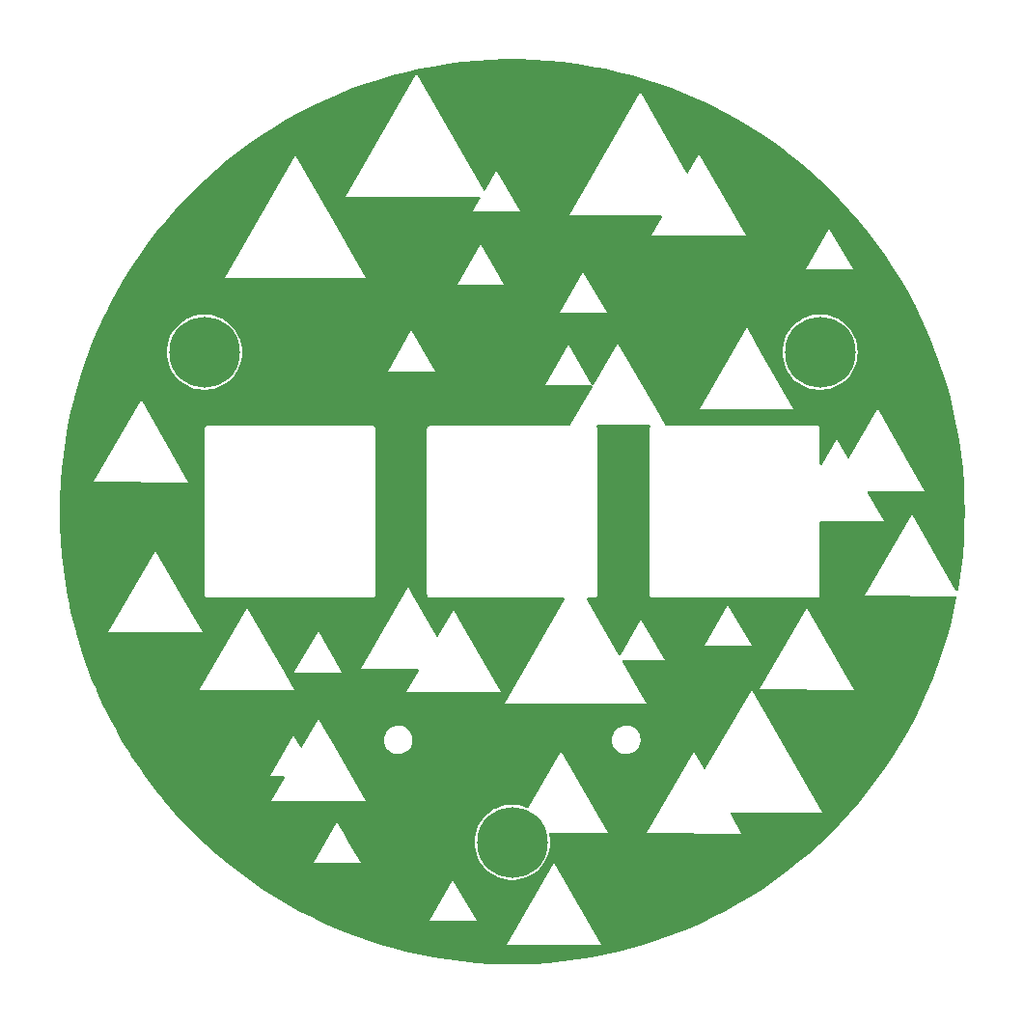
<source format=gbr>
%TF.GenerationSoftware,KiCad,Pcbnew,(7.0.0-0)*%
%TF.CreationDate,2023-03-08T23:01:28-06:00*%
%TF.ProjectId,RP2040_minimal,52503230-3430-45f6-9d69-6e696d616c2e,REV1*%
%TF.SameCoordinates,Original*%
%TF.FileFunction,Copper,L2,Bot*%
%TF.FilePolarity,Positive*%
%FSLAX46Y46*%
G04 Gerber Fmt 4.6, Leading zero omitted, Abs format (unit mm)*
G04 Created by KiCad (PCBNEW (7.0.0-0)) date 2023-03-08 23:01:28*
%MOMM*%
%LPD*%
G01*
G04 APERTURE LIST*
%TA.AperFunction,SMDPad,CuDef*%
%ADD10C,6.200000*%
%TD*%
G04 APERTURE END LIST*
D10*
%TO.P,H3,1*%
%TO.N,N/C*%
X0Y-29000000D03*
%TD*%
%TO.P,H2,1*%
%TO.N,N/C*%
X27000000Y14000000D03*
%TD*%
%TO.P,H1,1*%
%TO.N,N/C*%
X-27000000Y14000000D03*
%TD*%
%TA.AperFunction,Conductor*%
%TO.N,GND*%
G36*
X631446Y39694453D02*
G01*
X1887433Y39654584D01*
X1890490Y39654438D01*
X3144637Y39574735D01*
X3147726Y39574489D01*
X4398656Y39455040D01*
X4401768Y39454693D01*
X5605349Y39301093D01*
X5648300Y39295611D01*
X5651409Y39295163D01*
X6892177Y39096626D01*
X6895271Y39096081D01*
X7429066Y38993201D01*
X8129172Y38858267D01*
X8132236Y38857627D01*
X9358004Y38580774D01*
X9361028Y38580040D01*
X10577351Y38264448D01*
X10580378Y38263611D01*
X11786095Y37909581D01*
X11789078Y37908654D01*
X12982925Y37516556D01*
X12985892Y37515530D01*
X14166765Y37085728D01*
X14169665Y37084619D01*
X15336237Y36617593D01*
X15339129Y36616382D01*
X16490354Y36112554D01*
X16493150Y36111277D01*
X16910876Y35912439D01*
X17627812Y35571176D01*
X17630626Y35569781D01*
X18747539Y34993973D01*
X18750308Y34992489D01*
X19848377Y34381540D01*
X19851095Y34379971D01*
X20929254Y33734474D01*
X20931907Y33732827D01*
X21989018Y33053463D01*
X21991634Y33051723D01*
X23026669Y32339153D01*
X23029228Y32337331D01*
X24041144Y31592273D01*
X24043644Y31590370D01*
X24300090Y31388699D01*
X25031416Y30813579D01*
X25033817Y30811628D01*
X25722706Y30233581D01*
X25996439Y30003891D01*
X25998813Y30001834D01*
X26935299Y29163984D01*
X26937607Y29161853D01*
X27847068Y28294683D01*
X27849307Y28292479D01*
X28730780Y27396908D01*
X28732948Y27394634D01*
X29225847Y26860995D01*
X29416589Y26654487D01*
X29585567Y26471543D01*
X29587648Y26469217D01*
X30410550Y25519537D01*
X30412569Y25517131D01*
X31204930Y24541815D01*
X31206872Y24539345D01*
X31967861Y23539417D01*
X31969724Y23536888D01*
X32698647Y22513258D01*
X32700428Y22510670D01*
X33396468Y21464488D01*
X33398167Y21461845D01*
X34060677Y20394083D01*
X34062291Y20391388D01*
X34690601Y19303121D01*
X34692128Y19300376D01*
X35229027Y18298301D01*
X35285586Y18192740D01*
X35287025Y18189948D01*
X35845026Y17064066D01*
X35846377Y17061229D01*
X36368401Y15918157D01*
X36369660Y15915279D01*
X36855129Y14756280D01*
X36856296Y14753366D01*
X37144115Y14000000D01*
X37304771Y13579485D01*
X37305845Y13576533D01*
X37716837Y12389047D01*
X37717817Y12386062D01*
X38090924Y11186143D01*
X38091809Y11183129D01*
X38426660Y9971964D01*
X38427449Y9968923D01*
X38723704Y8747744D01*
X38724396Y8744680D01*
X38981753Y7514731D01*
X38982348Y7511646D01*
X39200559Y6274113D01*
X39201055Y6271011D01*
X39379884Y5027223D01*
X39380282Y5024107D01*
X39519562Y3775251D01*
X39519861Y3772124D01*
X39619448Y2519457D01*
X39619647Y2516322D01*
X39679437Y1261163D01*
X39679537Y1258023D01*
X39699475Y1572D01*
X39699475Y-1570D01*
X39679537Y-1258022D01*
X39679437Y-1261162D01*
X39619647Y-2516321D01*
X39619448Y-2519456D01*
X39519861Y-3772123D01*
X39519562Y-3775250D01*
X39380282Y-5024106D01*
X39379884Y-5027222D01*
X39201055Y-6271010D01*
X39200559Y-6274112D01*
X39095919Y-6867548D01*
X39068388Y-6920399D01*
X39015508Y-6947872D01*
X38956438Y-6940013D01*
X38912580Y-6899672D01*
X35069476Y-209746D01*
X35062936Y-221016D01*
X35062934Y-221019D01*
X30914335Y-7370736D01*
X30914334Y-7370738D01*
X30907794Y-7382010D01*
X38884260Y-7399314D01*
X38939436Y-7416261D01*
X38975783Y-7461100D01*
X38980945Y-7518590D01*
X38724396Y-8744679D01*
X38723704Y-8747743D01*
X38427449Y-9968922D01*
X38426660Y-9971963D01*
X38091809Y-11183128D01*
X38090924Y-11186142D01*
X37717817Y-12386061D01*
X37716837Y-12389046D01*
X37305845Y-13576532D01*
X37304771Y-13579484D01*
X36856297Y-14753363D01*
X36855129Y-14756279D01*
X36369660Y-15915278D01*
X36368401Y-15918156D01*
X35846377Y-17061228D01*
X35845026Y-17064065D01*
X35287025Y-18189947D01*
X35285586Y-18192739D01*
X34692128Y-19300375D01*
X34690601Y-19303120D01*
X34062291Y-20391387D01*
X34060677Y-20394082D01*
X33398167Y-21461844D01*
X33396468Y-21464487D01*
X32700428Y-22510669D01*
X32698647Y-22513257D01*
X31969724Y-23536887D01*
X31967861Y-23539416D01*
X31206872Y-24539344D01*
X31204930Y-24541814D01*
X30412569Y-25517130D01*
X30410550Y-25519536D01*
X29587661Y-26469201D01*
X29585567Y-26471542D01*
X28732948Y-27394633D01*
X28730780Y-27396907D01*
X27849307Y-28292478D01*
X27847068Y-28294682D01*
X26937607Y-29161852D01*
X26935299Y-29163983D01*
X25998813Y-30001833D01*
X25996439Y-30003890D01*
X25033835Y-30811612D01*
X25031397Y-30813593D01*
X24043644Y-31590369D01*
X24041144Y-31592272D01*
X23029228Y-32337330D01*
X23026669Y-32339152D01*
X21991634Y-33051722D01*
X21989018Y-33053462D01*
X20931907Y-33732826D01*
X20929238Y-33734482D01*
X19851098Y-34379968D01*
X19848377Y-34381539D01*
X18750308Y-34992488D01*
X18747539Y-34993972D01*
X17630626Y-35569780D01*
X17627812Y-35571175D01*
X16493181Y-36111262D01*
X16490323Y-36112567D01*
X15339134Y-36616379D01*
X15336237Y-36617592D01*
X14169682Y-37084611D01*
X14166747Y-37085733D01*
X12985894Y-37515528D01*
X12982925Y-37516555D01*
X11789095Y-37908647D01*
X11786095Y-37909580D01*
X10580378Y-38263610D01*
X10577351Y-38264447D01*
X9361043Y-38580035D01*
X9357990Y-38580776D01*
X8132241Y-38857624D01*
X8129166Y-38858267D01*
X6895271Y-39096080D01*
X6892177Y-39096625D01*
X5651409Y-39295162D01*
X5648300Y-39295610D01*
X4401773Y-39454691D01*
X4398651Y-39455039D01*
X3147748Y-39574486D01*
X3144616Y-39574735D01*
X1890530Y-39654435D01*
X1887392Y-39654584D01*
X631446Y-39694453D01*
X628305Y-39694503D01*
X-628305Y-39694503D01*
X-631446Y-39694453D01*
X-1887393Y-39654584D01*
X-1890531Y-39654435D01*
X-3144617Y-39574735D01*
X-3147749Y-39574486D01*
X-4398652Y-39455039D01*
X-4401774Y-39454691D01*
X-5648301Y-39295610D01*
X-5651410Y-39295162D01*
X-6892178Y-39096625D01*
X-6895272Y-39096080D01*
X-8129167Y-38858267D01*
X-8132242Y-38857624D01*
X-9357991Y-38580776D01*
X-9361044Y-38580035D01*
X-10577352Y-38264447D01*
X-10580379Y-38263610D01*
X-11539422Y-37982010D01*
X-492206Y-37982010D01*
X7800000Y-38000000D01*
X3669476Y-30809746D01*
X3662936Y-30821016D01*
X3662934Y-30821019D01*
X-485665Y-37970736D01*
X-485666Y-37970738D01*
X-492206Y-37982010D01*
X-11539422Y-37982010D01*
X-11786096Y-37909580D01*
X-11789096Y-37908647D01*
X-12982926Y-37516555D01*
X-12985895Y-37515528D01*
X-14166748Y-37085733D01*
X-14169683Y-37084611D01*
X-15336238Y-36617592D01*
X-15339135Y-36616379D01*
X-16490324Y-36112567D01*
X-16493182Y-36111262D01*
X-16958016Y-35890000D01*
X-7290000Y-35890000D01*
X-3143897Y-35898995D01*
X-5209159Y-32303867D01*
X-5215699Y-32315137D01*
X-5215701Y-32315140D01*
X-7283459Y-35878726D01*
X-7283460Y-35878728D01*
X-7290000Y-35890000D01*
X-16958016Y-35890000D01*
X-17627813Y-35571175D01*
X-17630627Y-35569780D01*
X-18747540Y-34993972D01*
X-18750309Y-34992488D01*
X-19848378Y-34381539D01*
X-19851099Y-34379968D01*
X-20929239Y-33734482D01*
X-20931908Y-33732826D01*
X-21989019Y-33053462D01*
X-21991635Y-33051722D01*
X-23026670Y-32339152D01*
X-23029229Y-32337330D01*
X-24041145Y-31592272D01*
X-24043645Y-31590369D01*
X-25021955Y-30821019D01*
X-25031410Y-30813583D01*
X-25033836Y-30811612D01*
X-25035724Y-30810028D01*
X-25035757Y-30810000D01*
X-17450000Y-30810000D01*
X-13303897Y-30818995D01*
X-14348839Y-29000000D01*
X-3305348Y-29000000D01*
X-3305203Y-29002674D01*
X-3286118Y-29354688D01*
X-3286117Y-29354697D01*
X-3285972Y-29357371D01*
X-3285540Y-29360009D01*
X-3285538Y-29360023D01*
X-3228505Y-29707910D01*
X-3228502Y-29707925D01*
X-3228071Y-29710552D01*
X-3227356Y-29713128D01*
X-3227354Y-29713136D01*
X-3133042Y-30052818D01*
X-3132324Y-30055403D01*
X-2999853Y-30387880D01*
X-2998606Y-30390233D01*
X-2998605Y-30390234D01*
X-2833466Y-30701719D01*
X-2833461Y-30701727D01*
X-2832211Y-30704085D01*
X-2830706Y-30706304D01*
X-2830704Y-30706308D01*
X-2754320Y-30818966D01*
X-2631365Y-31000311D01*
X-2629625Y-31002359D01*
X-2401409Y-31271037D01*
X-2401404Y-31271042D01*
X-2399668Y-31273086D01*
X-2139837Y-31519211D01*
X-1854919Y-31735800D01*
X-1548253Y-31920315D01*
X-1351415Y-32011381D01*
X-1225878Y-32069461D01*
X-1225875Y-32069462D01*
X-1223435Y-32070591D01*
X-884274Y-32184868D01*
X-534746Y-32261805D01*
X-178948Y-32300500D01*
X176268Y-32300500D01*
X178948Y-32300500D01*
X534746Y-32261805D01*
X884274Y-32184868D01*
X1223435Y-32070591D01*
X1548253Y-31920315D01*
X1854919Y-31735800D01*
X2139837Y-31519211D01*
X2399668Y-31273086D01*
X2631365Y-31000311D01*
X2832211Y-30704085D01*
X2999853Y-30387880D01*
X3132324Y-30055403D01*
X3228071Y-29710552D01*
X3285972Y-29357371D01*
X3305348Y-29000000D01*
X3285972Y-28642629D01*
X3230458Y-28304010D01*
X3237597Y-28247991D01*
X3274205Y-28204987D01*
X3328368Y-28188996D01*
X8400000Y-28200000D01*
X11800000Y-28200000D01*
X20092206Y-28217990D01*
X19114678Y-26516348D01*
X19101523Y-26466821D01*
X19114894Y-26417350D01*
X19151209Y-26381192D01*
X19200737Y-26368036D01*
X27195786Y-26385382D01*
X21000000Y-15600000D01*
X20993460Y-15611270D01*
X20993458Y-15611273D01*
X16987454Y-22515240D01*
X16951139Y-22551398D01*
X16901610Y-22564554D01*
X16852139Y-22551183D01*
X16815982Y-22514869D01*
X15961682Y-21027736D01*
X15955142Y-21039006D01*
X15955140Y-21039009D01*
X11806541Y-28188726D01*
X11806540Y-28188728D01*
X11800000Y-28200000D01*
X8400000Y-28200000D01*
X4269476Y-21009746D01*
X4262936Y-21021016D01*
X4262934Y-21021019D01*
X1419638Y-25921169D01*
X1385945Y-25955766D01*
X1339893Y-25970308D01*
X1292441Y-25961334D01*
X1225869Y-25930535D01*
X1225867Y-25930534D01*
X1223435Y-25929409D01*
X1220901Y-25928555D01*
X1220888Y-25928550D01*
X886804Y-25815984D01*
X886796Y-25815981D01*
X884274Y-25815132D01*
X881661Y-25814556D01*
X881658Y-25814556D01*
X537376Y-25738774D01*
X537377Y-25738774D01*
X534746Y-25738195D01*
X532084Y-25737905D01*
X532075Y-25737904D01*
X181609Y-25699789D01*
X181601Y-25699788D01*
X178948Y-25699500D01*
X-178948Y-25699500D01*
X-181601Y-25699788D01*
X-181610Y-25699789D01*
X-532076Y-25737904D01*
X-532088Y-25737905D01*
X-534746Y-25738195D01*
X-537375Y-25738773D01*
X-537377Y-25738774D01*
X-881659Y-25814556D01*
X-881666Y-25814557D01*
X-884274Y-25815132D01*
X-886792Y-25815980D01*
X-886805Y-25815984D01*
X-1220889Y-25928550D01*
X-1220908Y-25928557D01*
X-1223435Y-25929409D01*
X-1225859Y-25930530D01*
X-1225878Y-25930538D01*
X-1545827Y-26078562D01*
X-1545837Y-26078566D01*
X-1548253Y-26079685D01*
X-1550532Y-26081055D01*
X-1550543Y-26081062D01*
X-1852625Y-26262819D01*
X-1852635Y-26262825D01*
X-1854919Y-26264200D01*
X-1857046Y-26265816D01*
X-1857055Y-26265823D01*
X-2127673Y-26471542D01*
X-2139837Y-26480789D01*
X-2141774Y-26482623D01*
X-2141786Y-26482634D01*
X-2397719Y-26725067D01*
X-2397727Y-26725074D01*
X-2399668Y-26726914D01*
X-2401396Y-26728947D01*
X-2401409Y-26728962D01*
X-2629625Y-26997640D01*
X-2631365Y-26999689D01*
X-2632869Y-27001906D01*
X-2632875Y-27001915D01*
X-2830704Y-27293691D01*
X-2830712Y-27293702D01*
X-2832211Y-27295915D01*
X-2833457Y-27298263D01*
X-2833466Y-27298280D01*
X-2998605Y-27609765D01*
X-2998609Y-27609773D01*
X-2999853Y-27612120D01*
X-3000840Y-27614595D01*
X-3000840Y-27614597D01*
X-3131335Y-27942113D01*
X-3131339Y-27942124D01*
X-3132324Y-27944597D01*
X-3133039Y-27947171D01*
X-3133042Y-27947181D01*
X-3227354Y-28286863D01*
X-3227357Y-28286875D01*
X-3228071Y-28289448D01*
X-3228501Y-28292070D01*
X-3228505Y-28292089D01*
X-3285538Y-28639976D01*
X-3285538Y-28639979D01*
X-3285972Y-28642629D01*
X-3286117Y-28645300D01*
X-3286118Y-28645311D01*
X-3304556Y-28985374D01*
X-3305348Y-29000000D01*
X-14348839Y-29000000D01*
X-14804566Y-28206689D01*
X-15362667Y-27235168D01*
X-15362668Y-27235167D01*
X-15369159Y-27223867D01*
X-15375699Y-27235137D01*
X-15375701Y-27235140D01*
X-17443459Y-30798726D01*
X-17443460Y-30798728D01*
X-17450000Y-30810000D01*
X-25035757Y-30810000D01*
X-25543443Y-30384000D01*
X-25996440Y-30003890D01*
X-25998814Y-30001833D01*
X-26935300Y-29163983D01*
X-26937608Y-29161852D01*
X-27847069Y-28294682D01*
X-27849308Y-28292478D01*
X-28730781Y-27396907D01*
X-28732949Y-27394633D01*
X-29351398Y-26725067D01*
X-29585584Y-26471524D01*
X-29587646Y-26469219D01*
X-30410560Y-25519525D01*
X-30412570Y-25517130D01*
X-30530239Y-25372292D01*
X-30917769Y-24895281D01*
X-31204931Y-24541814D01*
X-31206873Y-24539344D01*
X-31967862Y-23539416D01*
X-31969725Y-23536887D01*
X-32216742Y-23190000D01*
X-21260000Y-23190000D01*
X-20068620Y-23192584D01*
X-20019149Y-23205955D01*
X-19982991Y-23242270D01*
X-19969835Y-23291799D01*
X-19983206Y-23341270D01*
X-21155141Y-25360990D01*
X-21155142Y-25360992D01*
X-21161682Y-25372264D01*
X-12869476Y-25390254D01*
X-15933610Y-20056330D01*
X-11254290Y-20056330D01*
X-11253695Y-20060728D01*
X-11253694Y-20060732D01*
X-11224672Y-20274986D01*
X-11224670Y-20274995D01*
X-11224075Y-20279387D01*
X-11222705Y-20283605D01*
X-11222704Y-20283607D01*
X-11155890Y-20489241D01*
X-11155887Y-20489249D01*
X-11154517Y-20493464D01*
X-11152413Y-20497374D01*
X-11152412Y-20497376D01*
X-11049961Y-20687763D01*
X-11049958Y-20687768D01*
X-11047852Y-20691681D01*
X-10907508Y-20867666D01*
X-10737996Y-21015765D01*
X-10544764Y-21131215D01*
X-10334024Y-21210307D01*
X-10112547Y-21250500D01*
X-9946068Y-21250500D01*
X-9943845Y-21250500D01*
X-9775812Y-21235377D01*
X-9558830Y-21175493D01*
X-9356027Y-21077829D01*
X-9173922Y-20945522D01*
X-9018368Y-20782825D01*
X-8894365Y-20594968D01*
X-8805897Y-20387988D01*
X-8755809Y-20168537D01*
X-8750770Y-20056330D01*
X8745710Y-20056330D01*
X8746305Y-20060728D01*
X8746306Y-20060732D01*
X8775328Y-20274986D01*
X8775330Y-20274995D01*
X8775925Y-20279387D01*
X8777295Y-20283605D01*
X8777296Y-20283607D01*
X8844110Y-20489241D01*
X8844113Y-20489249D01*
X8845483Y-20493464D01*
X8847587Y-20497374D01*
X8847588Y-20497376D01*
X8950039Y-20687763D01*
X8950042Y-20687768D01*
X8952148Y-20691681D01*
X9092492Y-20867666D01*
X9262004Y-21015765D01*
X9455236Y-21131215D01*
X9665976Y-21210307D01*
X9887453Y-21250500D01*
X10053932Y-21250500D01*
X10056155Y-21250500D01*
X10224188Y-21235377D01*
X10441170Y-21175493D01*
X10643973Y-21077829D01*
X10826078Y-20945522D01*
X10981632Y-20782825D01*
X11105635Y-20594968D01*
X11194103Y-20387988D01*
X11244191Y-20168537D01*
X11254290Y-19943670D01*
X11224075Y-19720613D01*
X11154517Y-19506536D01*
X11047852Y-19308319D01*
X10907508Y-19132334D01*
X10904159Y-19129408D01*
X10741343Y-18987159D01*
X10741341Y-18987158D01*
X10737996Y-18984235D01*
X10734182Y-18981956D01*
X10548581Y-18871065D01*
X10548576Y-18871062D01*
X10544764Y-18868785D01*
X10334024Y-18789693D01*
X10329654Y-18788899D01*
X10329647Y-18788898D01*
X10116917Y-18750293D01*
X10116916Y-18750292D01*
X10112547Y-18749500D01*
X9943845Y-18749500D01*
X9941642Y-18749698D01*
X9941625Y-18749699D01*
X9780242Y-18764224D01*
X9780238Y-18764224D01*
X9775812Y-18764623D01*
X9771526Y-18765805D01*
X9771525Y-18765806D01*
X9563114Y-18823324D01*
X9563107Y-18823326D01*
X9558830Y-18824507D01*
X9554831Y-18826432D01*
X9554825Y-18826435D01*
X9360030Y-18920242D01*
X9360019Y-18920248D01*
X9356027Y-18922171D01*
X9352437Y-18924778D01*
X9352434Y-18924781D01*
X9177515Y-19051867D01*
X9177511Y-19051870D01*
X9173922Y-19054478D01*
X9170856Y-19057683D01*
X9170851Y-19057689D01*
X9021439Y-19213962D01*
X9021434Y-19213967D01*
X9018368Y-19217175D01*
X9015926Y-19220872D01*
X9015919Y-19220883D01*
X8896815Y-19401319D01*
X8896810Y-19401326D01*
X8894365Y-19405032D01*
X8892618Y-19409119D01*
X8892616Y-19409123D01*
X8807646Y-19607918D01*
X8807643Y-19607926D01*
X8805897Y-19612012D01*
X8804907Y-19616347D01*
X8804906Y-19616352D01*
X8756797Y-19827131D01*
X8756795Y-19827139D01*
X8755809Y-19831463D01*
X8755609Y-19835896D01*
X8755609Y-19835903D01*
X8750570Y-19948110D01*
X8745710Y-20056330D01*
X-8750770Y-20056330D01*
X-8745710Y-19943670D01*
X-8775925Y-19720613D01*
X-8845483Y-19506536D01*
X-8952148Y-19308319D01*
X-9092492Y-19132334D01*
X-9095841Y-19129408D01*
X-9258657Y-18987159D01*
X-9258659Y-18987158D01*
X-9262004Y-18984235D01*
X-9265818Y-18981956D01*
X-9451419Y-18871065D01*
X-9451424Y-18871062D01*
X-9455236Y-18868785D01*
X-9665976Y-18789693D01*
X-9670346Y-18788899D01*
X-9670353Y-18788898D01*
X-9883083Y-18750293D01*
X-9883084Y-18750292D01*
X-9887453Y-18749500D01*
X-10056155Y-18749500D01*
X-10058358Y-18749698D01*
X-10058375Y-18749699D01*
X-10219758Y-18764224D01*
X-10219762Y-18764224D01*
X-10224188Y-18764623D01*
X-10228474Y-18765805D01*
X-10228475Y-18765806D01*
X-10436886Y-18823324D01*
X-10436893Y-18823326D01*
X-10441170Y-18824507D01*
X-10445169Y-18826432D01*
X-10445175Y-18826435D01*
X-10639970Y-18920242D01*
X-10639981Y-18920248D01*
X-10643973Y-18922171D01*
X-10647563Y-18924778D01*
X-10647566Y-18924781D01*
X-10822485Y-19051867D01*
X-10822489Y-19051870D01*
X-10826078Y-19054478D01*
X-10829144Y-19057683D01*
X-10829149Y-19057689D01*
X-10978561Y-19213962D01*
X-10978566Y-19213967D01*
X-10981632Y-19217175D01*
X-10984074Y-19220872D01*
X-10984081Y-19220883D01*
X-11103185Y-19401319D01*
X-11103190Y-19401326D01*
X-11105635Y-19405032D01*
X-11107382Y-19409119D01*
X-11107384Y-19409123D01*
X-11192354Y-19607918D01*
X-11192357Y-19607926D01*
X-11194103Y-19612012D01*
X-11195093Y-19616347D01*
X-11195094Y-19616352D01*
X-11243203Y-19827131D01*
X-11243205Y-19827139D01*
X-11244191Y-19831463D01*
X-11244391Y-19835896D01*
X-11244391Y-19835903D01*
X-11249430Y-19948110D01*
X-11254290Y-20056330D01*
X-15933610Y-20056330D01*
X-16307756Y-19405032D01*
X-16993508Y-18211301D01*
X-16993509Y-18211300D01*
X-17000000Y-18200000D01*
X-17006540Y-18211270D01*
X-17006542Y-18211273D01*
X-18414235Y-20637297D01*
X-18450550Y-20673455D01*
X-18500079Y-20686611D01*
X-18549550Y-20673240D01*
X-18585707Y-20636926D01*
X-19179159Y-19603867D01*
X-19185699Y-19615137D01*
X-19185701Y-19615140D01*
X-21253459Y-23178726D01*
X-21253460Y-23178728D01*
X-21260000Y-23190000D01*
X-32216742Y-23190000D01*
X-32698651Y-22513253D01*
X-32700429Y-22510669D01*
X-33396469Y-21464487D01*
X-33398168Y-21461844D01*
X-33539418Y-21234193D01*
X-34060683Y-20394075D01*
X-34062292Y-20391387D01*
X-34318218Y-19948110D01*
X-34690607Y-19303112D01*
X-34692129Y-19300375D01*
X-34734720Y-19220883D01*
X-35285605Y-18192704D01*
X-35287008Y-18189983D01*
X-35705811Y-17344963D01*
X-35845027Y-17064065D01*
X-35846378Y-17061228D01*
X-36368402Y-15918156D01*
X-36369661Y-15915278D01*
X-36501721Y-15600000D01*
X-27400000Y-15600000D01*
X-19107794Y-15617990D01*
X-19993531Y-14076133D01*
X-19107794Y-14076133D01*
X-14961691Y-14085128D01*
X-15135821Y-13782010D01*
X-13292206Y-13782010D01*
X-8309674Y-13792819D01*
X-8260203Y-13806190D01*
X-8224045Y-13842505D01*
X-8210889Y-13892034D01*
X-8224260Y-13941505D01*
X-9285665Y-15770736D01*
X-9285666Y-15770738D01*
X-9292206Y-15782010D01*
X-1000000Y-15800000D01*
X-4004011Y-10570736D01*
X-5124032Y-8621047D01*
X-5124033Y-8621046D01*
X-5130524Y-8609746D01*
X-5137064Y-8621016D01*
X-5137066Y-8621019D01*
X-6477147Y-10930520D01*
X-6513462Y-10966678D01*
X-6562991Y-10979834D01*
X-6612462Y-10966463D01*
X-6648619Y-10930149D01*
X-8778927Y-7221793D01*
X-7479401Y-7221793D01*
X-7478555Y-7230924D01*
X-7478555Y-7230927D01*
X-7475922Y-7259338D01*
X-7475500Y-7268472D01*
X-7475500Y-7277844D01*
X-7474660Y-7282343D01*
X-7474659Y-7282344D01*
X-7473778Y-7287059D01*
X-7472517Y-7296105D01*
X-7469884Y-7324521D01*
X-7469882Y-7324531D01*
X-7469035Y-7333660D01*
X-7464947Y-7341871D01*
X-7463568Y-7346716D01*
X-7461748Y-7351416D01*
X-7460061Y-7360433D01*
X-7440207Y-7392498D01*
X-7435772Y-7400460D01*
X-7418958Y-7434228D01*
X-7412180Y-7440407D01*
X-7409141Y-7444431D01*
X-7405749Y-7448152D01*
X-7400919Y-7455952D01*
X-7370830Y-7478674D01*
X-7363805Y-7484507D01*
X-7335933Y-7509916D01*
X-7327373Y-7513232D01*
X-7323088Y-7515885D01*
X-7318586Y-7518126D01*
X-7311264Y-7523656D01*
X-7274998Y-7533974D01*
X-7266343Y-7536874D01*
X-7231173Y-7550500D01*
X-7221996Y-7550500D01*
X-7217049Y-7551425D01*
X-7212034Y-7551889D01*
X-7203207Y-7554401D01*
X-7165663Y-7550922D01*
X-7156528Y-7550500D01*
X4524330Y-7550500D01*
X4573876Y-7563790D01*
X4610120Y-7600093D01*
X4623330Y-7649661D01*
X4609959Y-7699186D01*
X-671768Y-16801741D01*
X-671769Y-16801743D01*
X-678309Y-16813015D01*
X11760000Y-16840000D01*
X11037333Y-15582010D01*
X21707794Y-15582010D01*
X30000000Y-15600000D01*
X26796552Y-10023563D01*
X25875968Y-8421047D01*
X25875967Y-8421046D01*
X25869476Y-8409746D01*
X25862936Y-8421016D01*
X25862934Y-8421019D01*
X21714335Y-15570736D01*
X21714334Y-15570738D01*
X21707794Y-15582010D01*
X11037333Y-15582010D01*
X9657153Y-13179447D01*
X9643998Y-13129920D01*
X9657369Y-13080449D01*
X9693684Y-13044291D01*
X9743212Y-13031135D01*
X13366103Y-13038995D01*
X12631370Y-11760000D01*
X16840000Y-11760000D01*
X20986103Y-11768995D01*
X18920841Y-8173867D01*
X18914301Y-8185137D01*
X18914299Y-8185140D01*
X16846541Y-11748726D01*
X16846540Y-11748728D01*
X16840000Y-11760000D01*
X12631370Y-11760000D01*
X11300841Y-9443867D01*
X11294301Y-9455137D01*
X11294299Y-9455140D01*
X9482588Y-12577451D01*
X9446273Y-12613609D01*
X9396744Y-12626765D01*
X9347273Y-12613394D01*
X9311116Y-12577080D01*
X6927479Y-8427736D01*
X6508742Y-7698814D01*
X6495586Y-7649339D01*
X6508903Y-7599907D01*
X6545133Y-7563737D01*
X6594586Y-7550500D01*
X7119272Y-7550500D01*
X7128763Y-7551823D01*
X7128836Y-7551044D01*
X7137967Y-7551890D01*
X7146793Y-7554401D01*
X7184337Y-7550922D01*
X7193472Y-7550500D01*
X7198263Y-7550500D01*
X7202844Y-7550500D01*
X7212049Y-7548778D01*
X7221107Y-7547514D01*
X7258660Y-7544035D01*
X7266876Y-7539943D01*
X7271714Y-7538567D01*
X7276411Y-7536747D01*
X7285433Y-7535061D01*
X7317491Y-7515210D01*
X7325463Y-7510770D01*
X7359228Y-7493958D01*
X7365413Y-7487172D01*
X7369434Y-7484136D01*
X7373147Y-7480750D01*
X7380952Y-7475919D01*
X7403673Y-7445829D01*
X7409504Y-7438806D01*
X7434916Y-7410933D01*
X7438230Y-7402375D01*
X7440873Y-7398108D01*
X7443122Y-7393591D01*
X7448656Y-7386264D01*
X7458977Y-7349983D01*
X7461872Y-7341348D01*
X7475500Y-7306173D01*
X7475500Y-7296998D01*
X7476425Y-7292050D01*
X7476889Y-7287033D01*
X7479401Y-7278207D01*
X7475922Y-7240662D01*
X7475500Y-7231528D01*
X7475500Y7194272D01*
X7476823Y7203764D01*
X7476044Y7203836D01*
X7476890Y7212968D01*
X7479401Y7221793D01*
X7475922Y7259338D01*
X7475500Y7268472D01*
X7475500Y7273263D01*
X7475500Y7277844D01*
X7473778Y7287055D01*
X7472514Y7296103D01*
X7469035Y7333660D01*
X7464945Y7341873D01*
X7463569Y7346711D01*
X7461747Y7351414D01*
X7460061Y7360433D01*
X7440217Y7392482D01*
X7435766Y7400472D01*
X7430557Y7410933D01*
X7418958Y7434228D01*
X7412179Y7440408D01*
X7409145Y7444426D01*
X7406661Y7447151D01*
X7404589Y7451438D01*
X7401150Y7455580D01*
X7400916Y7455958D01*
X7402062Y7456668D01*
X7382108Y7497961D01*
X7389306Y7553932D01*
X7425915Y7596878D01*
X7480038Y7612844D01*
X12016181Y7603003D01*
X12070145Y7586861D01*
X12106571Y7543895D01*
X12113664Y7488014D01*
X12089129Y7437310D01*
X12071261Y7417709D01*
X12065084Y7410933D01*
X12061772Y7402386D01*
X12059124Y7398109D01*
X12056870Y7393583D01*
X12051344Y7386264D01*
X12048834Y7377446D01*
X12048831Y7377438D01*
X12041024Y7349998D01*
X12038120Y7341331D01*
X12027812Y7314724D01*
X12027811Y7314722D01*
X12024500Y7306173D01*
X12024500Y7297003D01*
X12023575Y7292054D01*
X12023109Y7287031D01*
X12020599Y7278207D01*
X12021445Y7269076D01*
X12021445Y7269073D01*
X12024078Y7240662D01*
X12024500Y7231528D01*
X12024500Y-7194272D01*
X12023176Y-7203763D01*
X12023956Y-7203836D01*
X12023109Y-7212969D01*
X12020599Y-7221793D01*
X12021445Y-7230924D01*
X12021445Y-7230927D01*
X12024078Y-7259338D01*
X12024500Y-7268472D01*
X12024500Y-7277844D01*
X12025340Y-7282343D01*
X12025341Y-7282344D01*
X12026222Y-7287059D01*
X12027483Y-7296105D01*
X12030116Y-7324521D01*
X12030118Y-7324531D01*
X12030965Y-7333660D01*
X12035053Y-7341871D01*
X12036432Y-7346716D01*
X12038252Y-7351416D01*
X12039939Y-7360433D01*
X12059793Y-7392498D01*
X12064228Y-7400460D01*
X12081042Y-7434228D01*
X12087820Y-7440407D01*
X12090859Y-7444431D01*
X12094251Y-7448152D01*
X12099081Y-7455952D01*
X12129170Y-7478674D01*
X12136195Y-7484507D01*
X12164067Y-7509916D01*
X12172627Y-7513232D01*
X12176912Y-7515885D01*
X12181414Y-7518126D01*
X12188736Y-7523656D01*
X12225002Y-7533974D01*
X12233657Y-7536874D01*
X12268827Y-7550500D01*
X12278004Y-7550500D01*
X12282951Y-7551425D01*
X12287966Y-7551889D01*
X12296793Y-7554401D01*
X12334337Y-7550922D01*
X12343472Y-7550500D01*
X26619272Y-7550500D01*
X26628763Y-7551823D01*
X26628836Y-7551044D01*
X26637967Y-7551890D01*
X26646793Y-7554401D01*
X26684337Y-7550922D01*
X26693472Y-7550500D01*
X26698263Y-7550500D01*
X26702844Y-7550500D01*
X26712049Y-7548778D01*
X26721107Y-7547514D01*
X26758660Y-7544035D01*
X26766876Y-7539943D01*
X26771714Y-7538567D01*
X26776411Y-7536747D01*
X26785433Y-7535061D01*
X26817491Y-7515210D01*
X26825463Y-7510770D01*
X26859228Y-7493958D01*
X26865413Y-7487172D01*
X26869434Y-7484136D01*
X26873147Y-7480750D01*
X26880952Y-7475919D01*
X26903673Y-7445829D01*
X26909504Y-7438806D01*
X26934916Y-7410933D01*
X26938230Y-7402375D01*
X26940873Y-7398108D01*
X26943122Y-7393591D01*
X26948656Y-7386264D01*
X26958977Y-7349983D01*
X26961872Y-7341348D01*
X26975500Y-7306173D01*
X26975500Y-7296998D01*
X26976425Y-7292050D01*
X26976889Y-7287033D01*
X26979401Y-7278207D01*
X26975922Y-7240662D01*
X26975500Y-7231528D01*
X26975500Y-887013D01*
X26988799Y-837451D01*
X27025124Y-801205D01*
X27074714Y-788013D01*
X32600000Y-800000D01*
X31185457Y1662381D01*
X31172302Y1711908D01*
X31185673Y1761379D01*
X31221988Y1797537D01*
X31271516Y1810693D01*
X36200000Y1800000D01*
X33045105Y7291918D01*
X32075968Y8978953D01*
X32075967Y8978954D01*
X32069476Y8990254D01*
X32062936Y8978984D01*
X32062934Y8978981D01*
X29595974Y4727411D01*
X29559659Y4691253D01*
X29510130Y4678097D01*
X29460659Y4691468D01*
X29424502Y4727782D01*
X28469476Y6390254D01*
X28462936Y6378984D01*
X28462934Y6378981D01*
X27160129Y4133719D01*
X27123851Y4097583D01*
X27074371Y4084405D01*
X27024926Y4097711D01*
X26988742Y4133942D01*
X26975500Y4183405D01*
X26975500Y7194272D01*
X26976823Y7203764D01*
X26976044Y7203836D01*
X26976890Y7212968D01*
X26979401Y7221793D01*
X26975922Y7259338D01*
X26975500Y7268472D01*
X26975500Y7273263D01*
X26975500Y7277844D01*
X26973778Y7287055D01*
X26972514Y7296103D01*
X26969035Y7333660D01*
X26964945Y7341873D01*
X26963569Y7346711D01*
X26961747Y7351414D01*
X26960061Y7360433D01*
X26940217Y7392482D01*
X26935766Y7400472D01*
X26930557Y7410933D01*
X26918958Y7434228D01*
X26912179Y7440408D01*
X26909145Y7444426D01*
X26905748Y7448152D01*
X26900919Y7455952D01*
X26870833Y7478672D01*
X26863798Y7484513D01*
X26859958Y7488014D01*
X26835933Y7509916D01*
X26827381Y7513230D01*
X26823104Y7515878D01*
X26818582Y7518130D01*
X26811264Y7523656D01*
X26802443Y7526166D01*
X26802441Y7526167D01*
X26775001Y7533974D01*
X26766332Y7536880D01*
X26739726Y7547187D01*
X26739723Y7547188D01*
X26731173Y7550500D01*
X26722002Y7550500D01*
X26717053Y7551425D01*
X26712030Y7551891D01*
X26703207Y7554401D01*
X26694074Y7553555D01*
X26694072Y7553555D01*
X26665662Y7550922D01*
X26656528Y7550500D01*
X13485737Y7550500D01*
X13436144Y7563817D01*
X13399893Y7600186D01*
X13392621Y7612844D01*
X12595754Y9000000D01*
X16400000Y9000000D01*
X24692206Y8982010D01*
X21809564Y14000000D01*
X23694652Y14000000D01*
X23694797Y13997326D01*
X23713882Y13645312D01*
X23713883Y13645303D01*
X23714028Y13642629D01*
X23714460Y13639991D01*
X23714462Y13639977D01*
X23771495Y13292090D01*
X23771498Y13292075D01*
X23771929Y13289448D01*
X23867676Y12944597D01*
X24000147Y12612120D01*
X24001394Y12609767D01*
X24001395Y12609766D01*
X24166534Y12298281D01*
X24166539Y12298273D01*
X24167789Y12295915D01*
X24368635Y11999689D01*
X24370375Y11997641D01*
X24598591Y11728963D01*
X24598596Y11728958D01*
X24600332Y11726914D01*
X24860163Y11480789D01*
X25145081Y11264200D01*
X25451747Y11079685D01*
X25641425Y10991931D01*
X25774122Y10930539D01*
X25774125Y10930538D01*
X25776565Y10929409D01*
X26115726Y10815132D01*
X26465254Y10738195D01*
X26821052Y10699500D01*
X27176268Y10699500D01*
X27178948Y10699500D01*
X27534746Y10738195D01*
X27884274Y10815132D01*
X28223435Y10929409D01*
X28548253Y11079685D01*
X28854919Y11264200D01*
X29139837Y11480789D01*
X29399668Y11726914D01*
X29631365Y11999689D01*
X29832211Y12295915D01*
X29999853Y12612120D01*
X30132324Y12944597D01*
X30228071Y13289448D01*
X30285972Y13642629D01*
X30305348Y14000000D01*
X30285972Y14357371D01*
X30228071Y14710552D01*
X30132324Y15055403D01*
X29999853Y15387880D01*
X29832211Y15704085D01*
X29631365Y16000311D01*
X29399668Y16273086D01*
X29139837Y16519211D01*
X28854919Y16735800D01*
X28548253Y16920315D01*
X28545826Y16921438D01*
X28225877Y17069462D01*
X28225864Y17069467D01*
X28223435Y17070591D01*
X28220901Y17071445D01*
X28220888Y17071450D01*
X27886804Y17184016D01*
X27886796Y17184019D01*
X27884274Y17184868D01*
X27881661Y17185444D01*
X27881658Y17185444D01*
X27537376Y17261226D01*
X27537377Y17261226D01*
X27534746Y17261805D01*
X27532084Y17262095D01*
X27532075Y17262096D01*
X27181609Y17300211D01*
X27181601Y17300212D01*
X27178948Y17300500D01*
X26821052Y17300500D01*
X26818399Y17300212D01*
X26818390Y17300211D01*
X26467924Y17262096D01*
X26467912Y17262095D01*
X26465254Y17261805D01*
X26462625Y17261227D01*
X26462623Y17261226D01*
X26118341Y17185444D01*
X26118334Y17185443D01*
X26115726Y17184868D01*
X26113208Y17184020D01*
X26113195Y17184016D01*
X25779111Y17071450D01*
X25779092Y17071443D01*
X25776565Y17070591D01*
X25774141Y17069470D01*
X25774122Y17069462D01*
X25454173Y16921438D01*
X25454163Y16921434D01*
X25451747Y16920315D01*
X25449468Y16918945D01*
X25449457Y16918938D01*
X25147375Y16737181D01*
X25147365Y16737175D01*
X25145081Y16735800D01*
X25142954Y16734184D01*
X25142945Y16734177D01*
X24862303Y16520838D01*
X24860163Y16519211D01*
X24858226Y16517377D01*
X24858214Y16517366D01*
X24602281Y16274933D01*
X24602273Y16274926D01*
X24600332Y16273086D01*
X24598604Y16271053D01*
X24598591Y16271038D01*
X24370375Y16002360D01*
X24368635Y16000311D01*
X24367131Y15998094D01*
X24367125Y15998085D01*
X24169296Y15706309D01*
X24169288Y15706298D01*
X24167789Y15704085D01*
X24166543Y15701737D01*
X24166534Y15701720D01*
X24001395Y15390235D01*
X24001391Y15390227D01*
X24000147Y15387880D01*
X23999160Y15385405D01*
X23999160Y15385403D01*
X23868665Y15057887D01*
X23868661Y15057876D01*
X23867676Y15055403D01*
X23866961Y15052829D01*
X23866958Y15052819D01*
X23772646Y14713137D01*
X23772643Y14713125D01*
X23771929Y14710552D01*
X23771499Y14707930D01*
X23771495Y14707911D01*
X23714462Y14360024D01*
X23714460Y14360008D01*
X23714028Y14357371D01*
X23713883Y14354700D01*
X23713882Y14354689D01*
X23695444Y14014626D01*
X23694652Y14000000D01*
X21809564Y14000000D01*
X20561682Y16172264D01*
X20555142Y16160994D01*
X20555140Y16160991D01*
X16406541Y9011274D01*
X16406540Y9011272D01*
X16400000Y9000000D01*
X12595754Y9000000D01*
X9516627Y14360024D01*
X9275968Y14778953D01*
X9275967Y14778954D01*
X9269476Y14790254D01*
X9262936Y14778984D01*
X9262934Y14778981D01*
X7155342Y11146745D01*
X7119027Y11110587D01*
X7069498Y11097431D01*
X7020027Y11110802D01*
X6983869Y11147117D01*
X4957333Y14674832D01*
X4957332Y14674833D01*
X4950841Y14686133D01*
X4944301Y14674863D01*
X4944299Y14674860D01*
X2876541Y11111274D01*
X2876540Y11111272D01*
X2870000Y11100000D01*
X6951394Y11091146D01*
X7000863Y11077775D01*
X7037021Y11041460D01*
X7050177Y10991931D01*
X7036806Y10942460D01*
X5114334Y7629262D01*
X5114333Y7629261D01*
X5107794Y7617990D01*
X5109851Y7617986D01*
X5092997Y7585753D01*
X5059026Y7559745D01*
X5017252Y7550500D01*
X-7119272Y7550500D01*
X-7128764Y7551824D01*
X-7128836Y7551044D01*
X-7137970Y7551891D01*
X-7146793Y7554401D01*
X-7155926Y7553555D01*
X-7155928Y7553555D01*
X-7184338Y7550922D01*
X-7193472Y7550500D01*
X-7202844Y7550500D01*
X-7207339Y7549661D01*
X-7207350Y7549659D01*
X-7212061Y7548778D01*
X-7221105Y7547517D01*
X-7249522Y7544883D01*
X-7249528Y7544882D01*
X-7258660Y7544035D01*
X-7266870Y7539949D01*
X-7271717Y7538569D01*
X-7276423Y7536747D01*
X-7285433Y7535061D01*
X-7293226Y7530237D01*
X-7293229Y7530235D01*
X-7317484Y7515217D01*
X-7325466Y7510771D01*
X-7351015Y7498049D01*
X-7351021Y7498046D01*
X-7359228Y7493958D01*
X-7365406Y7487183D01*
X-7369437Y7484138D01*
X-7373160Y7480745D01*
X-7380952Y7475919D01*
X-7386478Y7468603D01*
X-7386480Y7468600D01*
X-7403678Y7445826D01*
X-7409512Y7438801D01*
X-7434916Y7410933D01*
X-7438228Y7402386D01*
X-7440876Y7398109D01*
X-7443130Y7393583D01*
X-7448656Y7386264D01*
X-7451166Y7377446D01*
X-7451169Y7377438D01*
X-7458976Y7349998D01*
X-7461880Y7341331D01*
X-7472188Y7314724D01*
X-7472189Y7314722D01*
X-7475500Y7306173D01*
X-7475500Y7297003D01*
X-7476425Y7292054D01*
X-7476891Y7287031D01*
X-7479401Y7278207D01*
X-7478555Y7269076D01*
X-7478555Y7269073D01*
X-7475922Y7240662D01*
X-7475500Y7231528D01*
X-7475500Y-7194272D01*
X-7476824Y-7203763D01*
X-7476044Y-7203836D01*
X-7476891Y-7212969D01*
X-7479401Y-7221793D01*
X-8778927Y-7221793D01*
X-9130524Y-6609746D01*
X-9137064Y-6621016D01*
X-9137066Y-6621019D01*
X-13285665Y-13770736D01*
X-13285666Y-13770738D01*
X-13292206Y-13782010D01*
X-15135821Y-13782010D01*
X-17026953Y-10490000D01*
X-17033493Y-10501270D01*
X-17033495Y-10501273D01*
X-19101253Y-14064859D01*
X-19101254Y-14064861D01*
X-19107794Y-14076133D01*
X-19993531Y-14076133D01*
X-23238318Y-8427736D01*
X-23244858Y-8439006D01*
X-23244860Y-8439009D01*
X-27393459Y-15588726D01*
X-27393460Y-15588728D01*
X-27400000Y-15600000D01*
X-36501721Y-15600000D01*
X-36513979Y-15570736D01*
X-36855145Y-14756243D01*
X-36856284Y-14753398D01*
X-37304790Y-13579436D01*
X-37305828Y-13576581D01*
X-37716841Y-12389037D01*
X-37717818Y-12386061D01*
X-38090933Y-11186118D01*
X-38091810Y-11183128D01*
X-38148015Y-10979834D01*
X-38258001Y-10582010D01*
X-35492206Y-10582010D01*
X-27200000Y-10600000D01*
X-29140650Y-7221793D01*
X-26979401Y-7221793D01*
X-26978555Y-7230924D01*
X-26978555Y-7230927D01*
X-26975922Y-7259338D01*
X-26975500Y-7268472D01*
X-26975500Y-7277844D01*
X-26974660Y-7282343D01*
X-26974659Y-7282344D01*
X-26973778Y-7287059D01*
X-26972517Y-7296105D01*
X-26969884Y-7324521D01*
X-26969882Y-7324531D01*
X-26969035Y-7333660D01*
X-26964947Y-7341871D01*
X-26963568Y-7346716D01*
X-26961748Y-7351416D01*
X-26960061Y-7360433D01*
X-26940207Y-7392498D01*
X-26935772Y-7400460D01*
X-26918958Y-7434228D01*
X-26912180Y-7440407D01*
X-26909141Y-7444431D01*
X-26905749Y-7448152D01*
X-26900919Y-7455952D01*
X-26870830Y-7478674D01*
X-26863805Y-7484507D01*
X-26835933Y-7509916D01*
X-26827373Y-7513232D01*
X-26823088Y-7515885D01*
X-26818586Y-7518126D01*
X-26811264Y-7523656D01*
X-26774998Y-7533974D01*
X-26766343Y-7536874D01*
X-26731173Y-7550500D01*
X-26721996Y-7550500D01*
X-26717049Y-7551425D01*
X-26712034Y-7551889D01*
X-26703207Y-7554401D01*
X-26665663Y-7550922D01*
X-26656528Y-7550500D01*
X-12380728Y-7550500D01*
X-12371237Y-7551823D01*
X-12371164Y-7551044D01*
X-12362033Y-7551890D01*
X-12353207Y-7554401D01*
X-12315663Y-7550922D01*
X-12306528Y-7550500D01*
X-12301737Y-7550500D01*
X-12297156Y-7550500D01*
X-12287951Y-7548778D01*
X-12278893Y-7547514D01*
X-12241340Y-7544035D01*
X-12233124Y-7539943D01*
X-12228286Y-7538567D01*
X-12223589Y-7536747D01*
X-12214567Y-7535061D01*
X-12182509Y-7515210D01*
X-12174537Y-7510770D01*
X-12140772Y-7493958D01*
X-12134587Y-7487172D01*
X-12130566Y-7484136D01*
X-12126853Y-7480750D01*
X-12119048Y-7475919D01*
X-12096327Y-7445829D01*
X-12090496Y-7438806D01*
X-12065084Y-7410933D01*
X-12061770Y-7402375D01*
X-12059127Y-7398108D01*
X-12056878Y-7393591D01*
X-12051344Y-7386264D01*
X-12041023Y-7349983D01*
X-12038128Y-7341348D01*
X-12024500Y-7306173D01*
X-12024500Y-7296998D01*
X-12023575Y-7292050D01*
X-12023111Y-7287033D01*
X-12020599Y-7278207D01*
X-12024078Y-7240662D01*
X-12024500Y-7231528D01*
X-12024500Y7194272D01*
X-12023177Y7203764D01*
X-12023956Y7203836D01*
X-12023110Y7212968D01*
X-12020599Y7221793D01*
X-12024078Y7259338D01*
X-12024500Y7268472D01*
X-12024500Y7273263D01*
X-12024500Y7277844D01*
X-12026222Y7287055D01*
X-12027486Y7296103D01*
X-12030965Y7333660D01*
X-12035055Y7341873D01*
X-12036431Y7346711D01*
X-12038253Y7351414D01*
X-12039939Y7360433D01*
X-12059783Y7392482D01*
X-12064234Y7400472D01*
X-12069443Y7410933D01*
X-12081042Y7434228D01*
X-12087821Y7440408D01*
X-12090855Y7444426D01*
X-12094252Y7448152D01*
X-12099081Y7455952D01*
X-12129167Y7478672D01*
X-12136202Y7484513D01*
X-12140042Y7488014D01*
X-12164067Y7509916D01*
X-12172619Y7513230D01*
X-12176896Y7515878D01*
X-12181418Y7518130D01*
X-12188736Y7523656D01*
X-12197557Y7526166D01*
X-12197559Y7526167D01*
X-12224999Y7533974D01*
X-12233668Y7536880D01*
X-12260274Y7547187D01*
X-12260277Y7547188D01*
X-12268827Y7550500D01*
X-12277998Y7550500D01*
X-12282947Y7551425D01*
X-12287970Y7551891D01*
X-12296793Y7554401D01*
X-12305926Y7553555D01*
X-12305928Y7553555D01*
X-12334338Y7550922D01*
X-12343472Y7550500D01*
X-26619272Y7550500D01*
X-26628764Y7551824D01*
X-26628836Y7551044D01*
X-26637970Y7551891D01*
X-26646793Y7554401D01*
X-26655926Y7553555D01*
X-26655928Y7553555D01*
X-26684338Y7550922D01*
X-26693472Y7550500D01*
X-26702844Y7550500D01*
X-26707339Y7549661D01*
X-26707350Y7549659D01*
X-26712061Y7548778D01*
X-26721105Y7547517D01*
X-26749522Y7544883D01*
X-26749528Y7544882D01*
X-26758660Y7544035D01*
X-26766870Y7539949D01*
X-26771717Y7538569D01*
X-26776423Y7536747D01*
X-26785433Y7535061D01*
X-26793226Y7530237D01*
X-26793229Y7530235D01*
X-26817484Y7515217D01*
X-26825466Y7510771D01*
X-26851015Y7498049D01*
X-26851021Y7498046D01*
X-26859228Y7493958D01*
X-26865406Y7487183D01*
X-26869437Y7484138D01*
X-26873160Y7480745D01*
X-26880952Y7475919D01*
X-26886478Y7468603D01*
X-26886480Y7468600D01*
X-26903678Y7445826D01*
X-26909512Y7438801D01*
X-26934916Y7410933D01*
X-26938228Y7402386D01*
X-26940876Y7398109D01*
X-26943130Y7393583D01*
X-26948656Y7386264D01*
X-26951166Y7377446D01*
X-26951169Y7377438D01*
X-26958976Y7349998D01*
X-26961880Y7341331D01*
X-26972188Y7314724D01*
X-26972189Y7314722D01*
X-26975500Y7306173D01*
X-26975500Y7297003D01*
X-26976425Y7292054D01*
X-26976891Y7287031D01*
X-26979401Y7278207D01*
X-26978555Y7269076D01*
X-26978555Y7269073D01*
X-26975922Y7240662D01*
X-26975500Y7231528D01*
X-26975500Y-7194272D01*
X-26976824Y-7203763D01*
X-26976044Y-7203836D01*
X-26976891Y-7212969D01*
X-26979401Y-7221793D01*
X-29140650Y-7221793D01*
X-31330524Y-3409746D01*
X-31337064Y-3421016D01*
X-31337066Y-3421019D01*
X-35485665Y-10570736D01*
X-35485666Y-10570738D01*
X-35492206Y-10582010D01*
X-38258001Y-10582010D01*
X-38426666Y-9971945D01*
X-38427450Y-9968922D01*
X-38723705Y-8747743D01*
X-38724397Y-8744679D01*
X-38943236Y-7698814D01*
X-38981758Y-7514710D01*
X-38982349Y-7511645D01*
X-38984747Y-7498046D01*
X-39200569Y-6274060D01*
X-39201048Y-6271062D01*
X-39379886Y-5027221D01*
X-39380283Y-5024106D01*
X-39519563Y-3775250D01*
X-39519862Y-3772123D01*
X-39619453Y-2519402D01*
X-39619645Y-2516376D01*
X-39679439Y-1261148D01*
X-39679538Y-1258022D01*
X-39685425Y-887013D01*
X-39699476Y-1512D01*
X-39699476Y1512D01*
X-39679538Y1258039D01*
X-39679438Y1261163D01*
X-39679206Y1266025D01*
X-39619645Y2516381D01*
X-39619453Y2519399D01*
X-39611615Y2617990D01*
X-36692206Y2617990D01*
X-28400000Y2600000D01*
X-32530524Y9790254D01*
X-32537064Y9778984D01*
X-32537066Y9778981D01*
X-36685665Y2629264D01*
X-36685666Y2629262D01*
X-36692206Y2617990D01*
X-39611615Y2617990D01*
X-39519859Y3772158D01*
X-39519567Y3775217D01*
X-39380282Y5024116D01*
X-39379885Y5027223D01*
X-39376378Y5051615D01*
X-39201047Y6271073D01*
X-39200570Y6274052D01*
X-38982344Y7511678D01*
X-38981761Y7514699D01*
X-38724395Y8744692D01*
X-38723705Y8747744D01*
X-38667607Y8978981D01*
X-38427442Y9968956D01*
X-38426670Y9971931D01*
X-38091799Y11183170D01*
X-38090938Y11186102D01*
X-37717810Y12386090D01*
X-37716848Y12389019D01*
X-37305821Y13576603D01*
X-37304798Y13579417D01*
X-37144116Y14000000D01*
X-30305348Y14000000D01*
X-30305203Y13997326D01*
X-30286118Y13645312D01*
X-30286117Y13645303D01*
X-30285972Y13642629D01*
X-30285540Y13639991D01*
X-30285538Y13639977D01*
X-30228505Y13292090D01*
X-30228502Y13292075D01*
X-30228071Y13289448D01*
X-30132324Y12944597D01*
X-29999853Y12612120D01*
X-29998606Y12609767D01*
X-29998605Y12609766D01*
X-29833466Y12298281D01*
X-29833461Y12298273D01*
X-29832211Y12295915D01*
X-29631365Y11999689D01*
X-29629625Y11997641D01*
X-29401409Y11728963D01*
X-29401404Y11728958D01*
X-29399668Y11726914D01*
X-29139837Y11480789D01*
X-28854919Y11264200D01*
X-28548253Y11079685D01*
X-28358575Y10991931D01*
X-28225878Y10930539D01*
X-28225875Y10930538D01*
X-28223435Y10929409D01*
X-27884274Y10815132D01*
X-27534746Y10738195D01*
X-27178948Y10699500D01*
X-26823732Y10699500D01*
X-26821052Y10699500D01*
X-26465254Y10738195D01*
X-26115726Y10815132D01*
X-25776565Y10929409D01*
X-25451747Y11079685D01*
X-25145081Y11264200D01*
X-24860163Y11480789D01*
X-24600332Y11726914D01*
X-24368635Y11999689D01*
X-24167789Y12295915D01*
X-24149718Y12330000D01*
X-10930000Y12330000D01*
X-6783897Y12321005D01*
X-8849159Y15916133D01*
X-8855699Y15904863D01*
X-8855701Y15904860D01*
X-10923459Y12341274D01*
X-10923460Y12341272D01*
X-10930000Y12330000D01*
X-24149718Y12330000D01*
X-24000147Y12612120D01*
X-23867676Y12944597D01*
X-23771929Y13289448D01*
X-23714028Y13642629D01*
X-23694652Y14000000D01*
X-23714028Y14357371D01*
X-23771929Y14710552D01*
X-23867676Y15055403D01*
X-24000147Y15387880D01*
X-24167789Y15704085D01*
X-24368635Y16000311D01*
X-24600332Y16273086D01*
X-24860163Y16519211D01*
X-25145081Y16735800D01*
X-25451747Y16920315D01*
X-25454174Y16921438D01*
X-25774123Y17069462D01*
X-25774136Y17069467D01*
X-25776565Y17070591D01*
X-25779099Y17071445D01*
X-25779112Y17071450D01*
X-26113196Y17184016D01*
X-26113204Y17184019D01*
X-26115726Y17184868D01*
X-26118339Y17185444D01*
X-26118342Y17185444D01*
X-26462624Y17261226D01*
X-26462623Y17261226D01*
X-26465254Y17261805D01*
X-26467916Y17262095D01*
X-26467925Y17262096D01*
X-26818391Y17300211D01*
X-26818399Y17300212D01*
X-26821052Y17300500D01*
X-27178948Y17300500D01*
X-27181601Y17300212D01*
X-27181610Y17300211D01*
X-27532076Y17262096D01*
X-27532088Y17262095D01*
X-27534746Y17261805D01*
X-27537375Y17261227D01*
X-27537377Y17261226D01*
X-27881659Y17185444D01*
X-27881666Y17185443D01*
X-27884274Y17184868D01*
X-27886792Y17184020D01*
X-27886805Y17184016D01*
X-28220889Y17071450D01*
X-28220908Y17071443D01*
X-28223435Y17070591D01*
X-28225859Y17069470D01*
X-28225878Y17069462D01*
X-28545827Y16921438D01*
X-28545837Y16921434D01*
X-28548253Y16920315D01*
X-28550532Y16918945D01*
X-28550543Y16918938D01*
X-28852625Y16737181D01*
X-28852635Y16737175D01*
X-28854919Y16735800D01*
X-28857046Y16734184D01*
X-28857055Y16734177D01*
X-29137697Y16520838D01*
X-29139837Y16519211D01*
X-29141774Y16517377D01*
X-29141786Y16517366D01*
X-29397719Y16274933D01*
X-29397727Y16274926D01*
X-29399668Y16273086D01*
X-29401396Y16271053D01*
X-29401409Y16271038D01*
X-29629625Y16002360D01*
X-29631365Y16000311D01*
X-29632869Y15998094D01*
X-29632875Y15998085D01*
X-29830704Y15706309D01*
X-29830712Y15706298D01*
X-29832211Y15704085D01*
X-29833457Y15701737D01*
X-29833466Y15701720D01*
X-29998605Y15390235D01*
X-29998609Y15390227D01*
X-29999853Y15387880D01*
X-30000840Y15385405D01*
X-30000840Y15385403D01*
X-30131335Y15057887D01*
X-30131339Y15057876D01*
X-30132324Y15055403D01*
X-30133039Y15052829D01*
X-30133042Y15052819D01*
X-30227354Y14713137D01*
X-30227357Y14713125D01*
X-30228071Y14710552D01*
X-30228501Y14707930D01*
X-30228505Y14707911D01*
X-30285538Y14360024D01*
X-30285540Y14360008D01*
X-30285972Y14357371D01*
X-30286117Y14354700D01*
X-30286118Y14354689D01*
X-30304556Y14014626D01*
X-30305348Y14000000D01*
X-37144116Y14000000D01*
X-36856276Y14753420D01*
X-36855154Y14756223D01*
X-36369657Y15915290D01*
X-36368402Y15918157D01*
X-36206311Y16273086D01*
X-35846372Y17061242D01*
X-35845027Y17064066D01*
X-35653753Y17450000D01*
X4140000Y17450000D01*
X8286103Y17441005D01*
X6220841Y21036133D01*
X6214301Y21024863D01*
X6214299Y21024860D01*
X4146541Y17461274D01*
X4146540Y17461272D01*
X4140000Y17450000D01*
X-35653753Y17450000D01*
X-35286995Y18190010D01*
X-35285619Y18192680D01*
X-34692110Y19300412D01*
X-34690622Y19303087D01*
X-34329395Y19928751D01*
X-4856619Y19928751D01*
X-710516Y19919756D01*
X-1480434Y21260000D01*
X25730000Y21260000D01*
X29876103Y21251005D01*
X27810841Y24846133D01*
X27804301Y24834863D01*
X27804299Y24834860D01*
X25736541Y21271274D01*
X25736540Y21271272D01*
X25730000Y21260000D01*
X-1480434Y21260000D01*
X-2775778Y23514884D01*
X-2782318Y23503614D01*
X-2782320Y23503611D01*
X-4850078Y19940025D01*
X-4850079Y19940023D01*
X-4856619Y19928751D01*
X-34329395Y19928751D01*
X-34062272Y20391423D01*
X-34060700Y20394048D01*
X-33994177Y20501262D01*
X-25248678Y20501262D01*
X-12810369Y20474277D01*
X-15984683Y26000000D01*
X5000000Y26000000D01*
X13084804Y25982461D01*
X13134272Y25969090D01*
X13170430Y25932775D01*
X13183586Y25883246D01*
X13170215Y25833775D01*
X12244859Y24239010D01*
X12244858Y24239008D01*
X12238318Y24227736D01*
X20530524Y24209746D01*
X16483361Y31254889D01*
X16406492Y31388699D01*
X16406491Y31388700D01*
X16400000Y31400000D01*
X16393460Y31388730D01*
X16393458Y31388727D01*
X15441207Y29747613D01*
X15404892Y29711455D01*
X15355363Y29698299D01*
X15305892Y29711670D01*
X15269735Y29747984D01*
X11242523Y36758397D01*
X11235983Y36747127D01*
X11235981Y36747124D01*
X5006541Y26011274D01*
X5006540Y26011272D01*
X5000000Y26000000D01*
X-15984683Y26000000D01*
X-16925052Y27636957D01*
X-16925068Y27636985D01*
X-14648309Y27636985D01*
X-2913890Y27611528D01*
X-2864419Y27598157D01*
X-2828261Y27561842D01*
X-2815105Y27512313D01*
X-2828476Y27462842D01*
X-3473459Y26351274D01*
X-3473460Y26351272D01*
X-3480000Y26340000D01*
X666103Y26331005D01*
X-1086245Y29381425D01*
X-1392667Y29914832D01*
X-1392668Y29914833D01*
X-1399159Y29926133D01*
X-1405699Y29914863D01*
X-1405701Y29914860D01*
X-2389151Y28219978D01*
X-2425466Y28183820D01*
X-2474995Y28170664D01*
X-2524466Y28184035D01*
X-2560623Y28220349D01*
X-8405786Y38395382D01*
X-8412326Y38384112D01*
X-8412328Y38384109D01*
X-14641768Y27648259D01*
X-14641769Y27648257D01*
X-14648309Y27636985D01*
X-16925068Y27636985D01*
X-18999663Y31248358D01*
X-18999664Y31248359D01*
X-19006155Y31259659D01*
X-19012695Y31248389D01*
X-19012697Y31248386D01*
X-25242137Y20512536D01*
X-25242138Y20512534D01*
X-25248678Y20501262D01*
X-33994177Y20501262D01*
X-33398143Y21461885D01*
X-33396495Y21464449D01*
X-32700406Y22510705D01*
X-32698672Y22513225D01*
X-31969703Y23536919D01*
X-31967886Y23539386D01*
X-31206855Y24539370D01*
X-31204951Y24541791D01*
X-30412536Y25517173D01*
X-30410586Y25519496D01*
X-29587618Y26469252D01*
X-29585612Y26471494D01*
X-28732936Y27394648D01*
X-28730781Y27396908D01*
X-27849287Y28292501D01*
X-27847092Y28294662D01*
X-26937584Y29161876D01*
X-26935325Y29163962D01*
X-25998787Y30001858D01*
X-25996467Y30003869D01*
X-25033787Y30811654D01*
X-25031448Y30813554D01*
X-24043625Y31590386D01*
X-24041165Y31592259D01*
X-23029200Y32337353D01*
X-23026700Y32339132D01*
X-21991607Y33051742D01*
X-21989047Y33053445D01*
X-20931866Y33732854D01*
X-20929283Y33734456D01*
X-19851069Y34379987D01*
X-19848409Y34381523D01*
X-18750286Y34992502D01*
X-18747563Y34993961D01*
X-17630611Y35569790D01*
X-17627829Y35571169D01*
X-16493128Y36111289D01*
X-16490379Y36112543D01*
X-15339108Y36616392D01*
X-15336266Y36617582D01*
X-14169645Y37084627D01*
X-14166786Y37085720D01*
X-12985874Y37515537D01*
X-12982949Y37516549D01*
X-11789061Y37908660D01*
X-11786115Y37909576D01*
X-10580378Y38263612D01*
X-10577371Y38264443D01*
X-9361015Y38580044D01*
X-9358019Y38580771D01*
X-8132224Y38857629D01*
X-8129186Y38858265D01*
X-6895266Y39096083D01*
X-6892185Y39096625D01*
X-5651402Y39295165D01*
X-5648309Y39295610D01*
X-4401763Y39454694D01*
X-4398664Y39455039D01*
X-3147722Y39574490D01*
X-3144643Y39574734D01*
X-1890488Y39654439D01*
X-1887437Y39654583D01*
X-631447Y39694453D01*
X-628305Y39694503D01*
X628305Y39694503D01*
X631446Y39694453D01*
G37*
%TD.AperFunction*%
%TD*%
M02*

</source>
